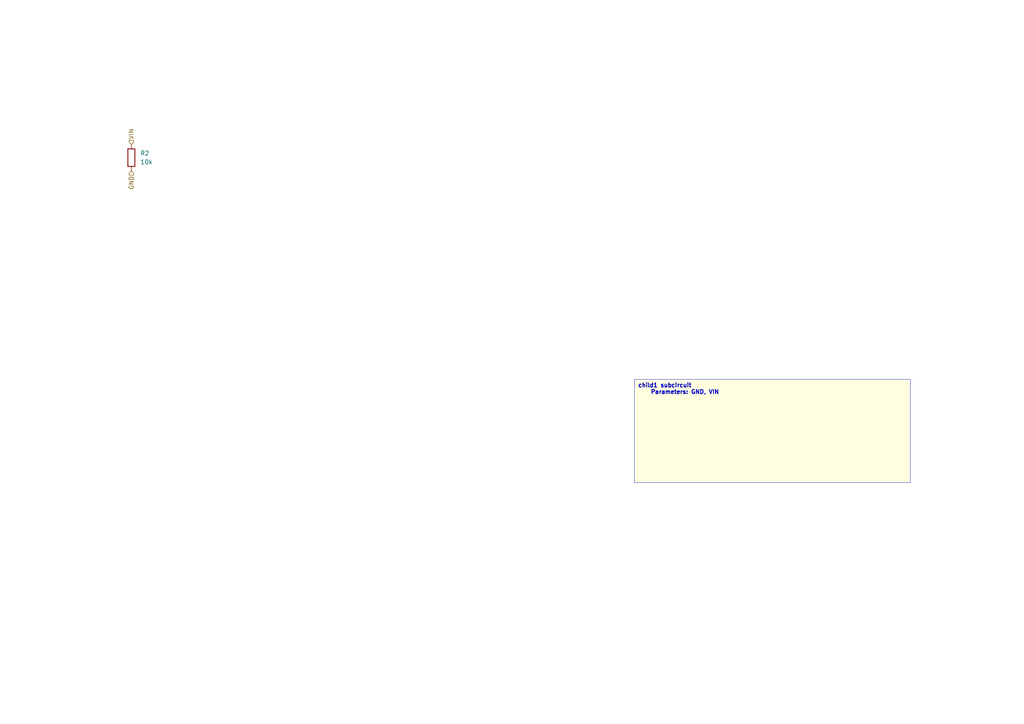
<source format=kicad_sch>
(kicad_sch (version 20250114) (generator "circuit_synth") (generator_version 9.0)
  (paper A4)
  (paper A4)
  (lib_symbols
    (symbol "Device:R" (pin_numbers hide) (pin_names (offset 0.254))
      (property "Reference" "{'value': 'R', 'position': {'x': 2.032, 'y': 0.0, 'rotation': 90.0}, 'effects': {'font_size': [1.27, 1.27]}}" (at 0.0 0.0 0))
      (property "Value" "{'value': 'R', 'position': {'x': 0.0, 'y': 0.0, 'rotation': 90.0}, 'effects': {'font_size': [1.27, 1.27]}}" (at 0.0 0.0 0))
      (symbol "R_0_1"
        (rectangle (start -1.016 -2.54) (end 1.016 2.54) (stroke (width 0.254)))
      )
      (symbol "R_1_1"
        (pin passive line (at 0.0 3.81 270) (length 1.27) (name ~) (number "1"))
        (pin passive line (at 0.0 -3.81 90) (length 1.27) (name ~) (number "2"))
      )
    )
  )
  (title_block (title child1) (date 2025-08-02) (company Circuit-Synth))
  (symbol (lib_id Device:R) (at 38.1 45.72 0)
    (property "Reference" "R2" (at 40.64 44.449999999999996 0) (effects (justify left)))
    (property "Value" "10k" (at 40.64 46.99 0) (effects (justify left)))
    (property "Footprint" "Resistor_SMD:R_0603_1608Metric" (effects (hide yes)))
    (instances (project "circuit" (path "" (reference R2) (unit 1))) (project "03_dual_hierarchy_connected_generated" (path "" (reference R2) (unit 1))))
  )
  (hierarchical_label VIN (shape input) (at 38.1 41.91 90))
  (hierarchical_label GND (shape input) (at 38.1 49.53 270))
  (text_box "child1 subcircuit\n    Parameters: GND, VIN" (exclude_from_sim yes) (at 184.0 110.0 0) (size 80.0 30.0) (margins 1.0 1.0 1.0 1.0) (stroke (width 0.1)) (fill (type color) (color 255 255 224 1)) (effects (font (size 1.2 1.2) (thickness 0.254)) (justify left top)))
)
</source>
